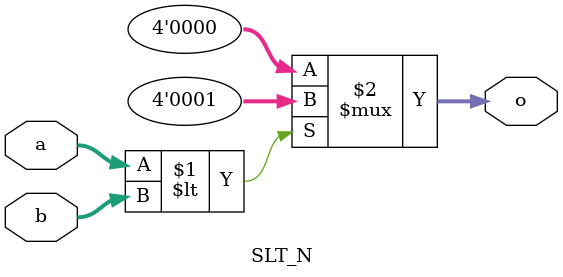
<source format=sv>
module SLT_N #(parameter N=4)
(
	input logic [N-1:0] a,
	input logic [N-1:0] b,
	
	output logic [N-1:0] o
);	
	assign o = (a < b) ? {{(N-1){1'b0}}, 1'b1} : {(N){1'b0}};

endmodule

</source>
